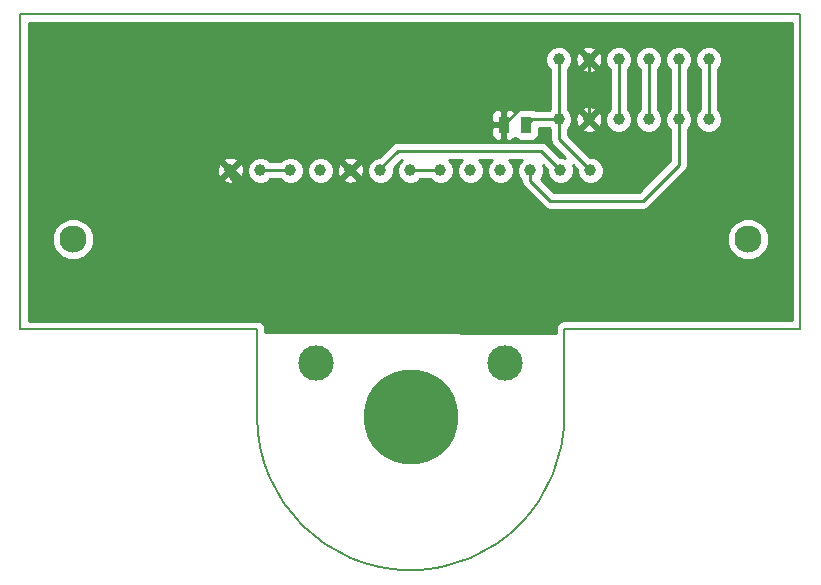
<source format=gtl>
G04 (created by PCBNEW (2012-nov-02)-testing) date Thu 24 Jan 2013 15:35:23 EST*
%MOIN*%
G04 Gerber Fmt 3.4, Leading zero omitted, Abs format*
%FSLAX34Y34*%
G01*
G70*
G90*
G04 APERTURE LIST*
%ADD10C,0.006*%
%ADD11C,0.00590551*%
%ADD12C,0.0393701*%
%ADD13R,0.035X0.055*%
%ADD14C,0.11811*%
%ADD15C,0.314961*%
%ADD16C,0.0905512*%
%ADD17C,0.01*%
G04 APERTURE END LIST*
G54D10*
G54D11*
X90167Y-51299D02*
X98041Y-51299D01*
X90171Y-54187D02*
X90171Y-51312D01*
X85088Y-59344D02*
G75*
G03X90171Y-54190I-35J5118D01*
G74*
G01*
X79935Y-54226D02*
G75*
G03X85053Y-59344I5118J0D01*
G74*
G01*
X79935Y-51312D02*
X79935Y-54344D01*
X79541Y-51312D02*
X79935Y-51312D01*
X98047Y-40818D02*
X98047Y-51318D01*
X72047Y-40818D02*
X98047Y-40818D01*
X72047Y-51318D02*
X72047Y-40818D01*
X72047Y-51318D02*
X79547Y-51318D01*
G54D12*
X91994Y-44318D03*
X90994Y-44318D03*
X89994Y-44318D03*
X89994Y-42318D03*
X90994Y-42318D03*
X91994Y-42318D03*
X92994Y-44318D03*
X93994Y-44318D03*
X94994Y-44318D03*
X94994Y-42318D03*
X93994Y-42318D03*
X92994Y-42318D03*
G54D13*
X88908Y-44498D03*
X88158Y-44498D03*
G54D12*
X79047Y-46011D03*
X80047Y-46011D03*
X81047Y-46011D03*
X82047Y-46011D03*
X83047Y-46011D03*
X84047Y-46011D03*
X85047Y-46011D03*
X86047Y-46011D03*
X87047Y-46011D03*
X88047Y-46011D03*
X89047Y-46011D03*
X90047Y-46011D03*
X91047Y-46011D03*
G54D14*
X81903Y-52454D03*
X88202Y-52454D03*
G54D15*
X85053Y-54226D03*
G54D16*
X73800Y-48318D03*
X96294Y-48318D03*
G54D17*
X89994Y-44318D02*
X89087Y-44318D01*
X89087Y-44318D02*
X88908Y-44498D01*
X89994Y-44318D02*
X89994Y-44959D01*
X89994Y-44959D02*
X91047Y-46011D01*
X89994Y-42318D02*
X89994Y-44318D01*
X79047Y-46011D02*
X79047Y-46244D01*
X82350Y-46708D02*
X83047Y-46011D01*
X79511Y-46708D02*
X82350Y-46708D01*
X79047Y-46244D02*
X79511Y-46708D01*
X83047Y-46011D02*
X83078Y-46011D01*
X83078Y-46011D02*
X84592Y-44498D01*
X84592Y-44498D02*
X88158Y-44498D01*
X88158Y-44498D02*
X89204Y-43451D01*
X89204Y-43451D02*
X89204Y-42224D01*
X89204Y-42224D02*
X89775Y-41653D01*
X89775Y-41653D02*
X90329Y-41653D01*
X90329Y-41653D02*
X90994Y-42318D01*
X90994Y-42318D02*
X90994Y-44318D01*
X89047Y-46011D02*
X89047Y-46369D01*
X93994Y-45822D02*
X93994Y-44318D01*
X92787Y-47029D02*
X93994Y-45822D01*
X89707Y-47029D02*
X92787Y-47029D01*
X89047Y-46369D02*
X89707Y-47029D01*
X93994Y-42318D02*
X93994Y-44318D01*
X84047Y-46011D02*
X84047Y-45947D01*
X89401Y-45366D02*
X90047Y-46011D01*
X84628Y-45366D02*
X89401Y-45366D01*
X84047Y-45947D02*
X84628Y-45366D01*
X94994Y-42318D02*
X94994Y-44318D01*
X92994Y-42318D02*
X92994Y-44318D01*
X86047Y-46011D02*
X85047Y-46011D01*
X80047Y-46011D02*
X81047Y-46011D01*
X91994Y-42318D02*
X91994Y-44318D01*
G54D10*
G36*
X97767Y-51019D02*
X96997Y-51019D01*
X96997Y-48179D01*
X96890Y-47921D01*
X96693Y-47723D01*
X96434Y-47616D01*
X96155Y-47616D01*
X95896Y-47722D01*
X95699Y-47920D01*
X95591Y-48178D01*
X95591Y-48458D01*
X95698Y-48716D01*
X95895Y-48914D01*
X96154Y-49021D01*
X96433Y-49021D01*
X96692Y-48915D01*
X96889Y-48717D01*
X96997Y-48459D01*
X96997Y-48179D01*
X96997Y-51019D01*
X95441Y-51019D01*
X95441Y-44230D01*
X95373Y-44066D01*
X95294Y-43986D01*
X95294Y-42650D01*
X95373Y-42572D01*
X95441Y-42408D01*
X95441Y-42230D01*
X95373Y-42066D01*
X95247Y-41940D01*
X95083Y-41872D01*
X94905Y-41871D01*
X94741Y-41939D01*
X94615Y-42065D01*
X94547Y-42229D01*
X94547Y-42407D01*
X94615Y-42571D01*
X94694Y-42650D01*
X94694Y-43986D01*
X94615Y-44065D01*
X94547Y-44229D01*
X94547Y-44407D01*
X94615Y-44571D01*
X94741Y-44697D01*
X94905Y-44765D01*
X95082Y-44765D01*
X95247Y-44697D01*
X95373Y-44572D01*
X95441Y-44408D01*
X95441Y-44230D01*
X95441Y-51019D01*
X94441Y-51019D01*
X94441Y-44230D01*
X94373Y-44066D01*
X94294Y-43986D01*
X94294Y-42650D01*
X94373Y-42572D01*
X94441Y-42408D01*
X94441Y-42230D01*
X94373Y-42066D01*
X94247Y-41940D01*
X94083Y-41872D01*
X93905Y-41871D01*
X93741Y-41939D01*
X93615Y-42065D01*
X93547Y-42229D01*
X93547Y-42407D01*
X93615Y-42571D01*
X93694Y-42650D01*
X93694Y-43986D01*
X93615Y-44065D01*
X93547Y-44229D01*
X93547Y-44407D01*
X93615Y-44571D01*
X93694Y-44650D01*
X93694Y-45698D01*
X93441Y-45951D01*
X93441Y-44230D01*
X93373Y-44066D01*
X93294Y-43986D01*
X93294Y-42650D01*
X93373Y-42572D01*
X93441Y-42408D01*
X93441Y-42230D01*
X93373Y-42066D01*
X93247Y-41940D01*
X93083Y-41872D01*
X92905Y-41871D01*
X92741Y-41939D01*
X92615Y-42065D01*
X92547Y-42229D01*
X92547Y-42407D01*
X92615Y-42571D01*
X92694Y-42650D01*
X92694Y-43986D01*
X92615Y-44065D01*
X92547Y-44229D01*
X92547Y-44407D01*
X92615Y-44571D01*
X92741Y-44697D01*
X92905Y-44765D01*
X93082Y-44765D01*
X93247Y-44697D01*
X93373Y-44572D01*
X93441Y-44408D01*
X93441Y-44230D01*
X93441Y-45951D01*
X92663Y-46729D01*
X92441Y-46729D01*
X92441Y-44230D01*
X92373Y-44066D01*
X92294Y-43986D01*
X92294Y-42650D01*
X92373Y-42572D01*
X92441Y-42408D01*
X92441Y-42230D01*
X92373Y-42066D01*
X92247Y-41940D01*
X92083Y-41872D01*
X91905Y-41871D01*
X91741Y-41939D01*
X91615Y-42065D01*
X91547Y-42229D01*
X91547Y-42407D01*
X91615Y-42571D01*
X91694Y-42650D01*
X91694Y-43986D01*
X91615Y-44065D01*
X91547Y-44229D01*
X91547Y-44407D01*
X91615Y-44571D01*
X91741Y-44697D01*
X91905Y-44765D01*
X92082Y-44765D01*
X92247Y-44697D01*
X92373Y-44572D01*
X92441Y-44408D01*
X92441Y-44230D01*
X92441Y-46729D01*
X89831Y-46729D01*
X89396Y-46294D01*
X89425Y-46265D01*
X89494Y-46101D01*
X89494Y-45923D01*
X89465Y-45854D01*
X89600Y-45989D01*
X89600Y-46100D01*
X89668Y-46264D01*
X89793Y-46390D01*
X89957Y-46458D01*
X90135Y-46458D01*
X90300Y-46390D01*
X90425Y-46265D01*
X90494Y-46101D01*
X90494Y-45923D01*
X90465Y-45854D01*
X90600Y-45989D01*
X90600Y-46100D01*
X90668Y-46264D01*
X90793Y-46390D01*
X90957Y-46458D01*
X91135Y-46458D01*
X91300Y-46390D01*
X91425Y-46265D01*
X91494Y-46101D01*
X91494Y-45923D01*
X91446Y-45807D01*
X91446Y-44375D01*
X91446Y-42375D01*
X91433Y-42198D01*
X91390Y-42093D01*
X91305Y-42078D01*
X91234Y-42149D01*
X91234Y-42007D01*
X91220Y-41923D01*
X91051Y-41866D01*
X90874Y-41879D01*
X90768Y-41923D01*
X90754Y-42007D01*
X90994Y-42248D01*
X91234Y-42007D01*
X91234Y-42149D01*
X91065Y-42318D01*
X91305Y-42559D01*
X91390Y-42544D01*
X91446Y-42375D01*
X91446Y-44375D01*
X91433Y-44198D01*
X91390Y-44093D01*
X91305Y-44078D01*
X91234Y-44149D01*
X91234Y-44007D01*
X91234Y-42629D01*
X90994Y-42389D01*
X90923Y-42460D01*
X90923Y-42318D01*
X90683Y-42078D01*
X90598Y-42093D01*
X90542Y-42261D01*
X90555Y-42439D01*
X90598Y-42544D01*
X90683Y-42559D01*
X90923Y-42318D01*
X90923Y-42460D01*
X90754Y-42629D01*
X90768Y-42714D01*
X90937Y-42770D01*
X91114Y-42758D01*
X91220Y-42714D01*
X91234Y-42629D01*
X91234Y-44007D01*
X91220Y-43923D01*
X91051Y-43866D01*
X90874Y-43879D01*
X90768Y-43923D01*
X90754Y-44007D01*
X90994Y-44248D01*
X91234Y-44007D01*
X91234Y-44149D01*
X91065Y-44318D01*
X91305Y-44559D01*
X91390Y-44544D01*
X91446Y-44375D01*
X91446Y-45807D01*
X91426Y-45759D01*
X91300Y-45633D01*
X91234Y-45605D01*
X91234Y-44629D01*
X90994Y-44389D01*
X90923Y-44460D01*
X90923Y-44318D01*
X90683Y-44078D01*
X90598Y-44093D01*
X90542Y-44261D01*
X90555Y-44439D01*
X90598Y-44544D01*
X90683Y-44559D01*
X90923Y-44318D01*
X90923Y-44460D01*
X90754Y-44629D01*
X90768Y-44714D01*
X90937Y-44770D01*
X91114Y-44758D01*
X91220Y-44714D01*
X91234Y-44629D01*
X91234Y-45605D01*
X91136Y-45565D01*
X91024Y-45564D01*
X90294Y-44834D01*
X90294Y-44650D01*
X90373Y-44572D01*
X90441Y-44408D01*
X90441Y-44230D01*
X90373Y-44066D01*
X90294Y-43986D01*
X90294Y-42650D01*
X90373Y-42572D01*
X90441Y-42408D01*
X90441Y-42230D01*
X90373Y-42066D01*
X90247Y-41940D01*
X90083Y-41872D01*
X89905Y-41871D01*
X89741Y-41939D01*
X89615Y-42065D01*
X89547Y-42229D01*
X89547Y-42407D01*
X89615Y-42571D01*
X89694Y-42650D01*
X89694Y-43986D01*
X89662Y-44018D01*
X89232Y-44018D01*
X89225Y-44011D01*
X89133Y-43973D01*
X89033Y-43972D01*
X88683Y-43972D01*
X88592Y-44010D01*
X88533Y-44069D01*
X88474Y-44010D01*
X88382Y-43972D01*
X88270Y-43973D01*
X88208Y-44035D01*
X88208Y-44398D01*
X88208Y-44448D01*
X88208Y-44548D01*
X88208Y-44598D01*
X88208Y-44960D01*
X88270Y-45023D01*
X88382Y-45023D01*
X88474Y-44985D01*
X88533Y-44926D01*
X88591Y-44984D01*
X88683Y-45022D01*
X88782Y-45023D01*
X89132Y-45023D01*
X89224Y-44985D01*
X89295Y-44914D01*
X89333Y-44822D01*
X89333Y-44723D01*
X89333Y-44618D01*
X89662Y-44618D01*
X89694Y-44650D01*
X89694Y-44959D01*
X89717Y-45073D01*
X89782Y-45171D01*
X90204Y-45593D01*
X90136Y-45565D01*
X90024Y-45564D01*
X89613Y-45154D01*
X89516Y-45088D01*
X89401Y-45066D01*
X88108Y-45066D01*
X88108Y-44960D01*
X88108Y-44548D01*
X88108Y-44448D01*
X88108Y-44035D01*
X88045Y-43973D01*
X87933Y-43972D01*
X87842Y-44010D01*
X87771Y-44081D01*
X87733Y-44173D01*
X87733Y-44272D01*
X87733Y-44385D01*
X87795Y-44448D01*
X88108Y-44448D01*
X88108Y-44548D01*
X87795Y-44548D01*
X87733Y-44610D01*
X87733Y-44723D01*
X87733Y-44822D01*
X87771Y-44914D01*
X87842Y-44985D01*
X87933Y-45023D01*
X88045Y-45023D01*
X88108Y-44960D01*
X88108Y-45066D01*
X84628Y-45066D01*
X84513Y-45088D01*
X84416Y-45154D01*
X84005Y-45564D01*
X83958Y-45564D01*
X83794Y-45632D01*
X83668Y-45758D01*
X83600Y-45922D01*
X83600Y-46100D01*
X83668Y-46264D01*
X83793Y-46390D01*
X83957Y-46458D01*
X84135Y-46458D01*
X84300Y-46390D01*
X84425Y-46265D01*
X84494Y-46101D01*
X84494Y-45924D01*
X84752Y-45666D01*
X84761Y-45666D01*
X84668Y-45758D01*
X84600Y-45922D01*
X84600Y-46100D01*
X84668Y-46264D01*
X84793Y-46390D01*
X84957Y-46458D01*
X85135Y-46458D01*
X85300Y-46390D01*
X85379Y-46311D01*
X85715Y-46311D01*
X85793Y-46390D01*
X85957Y-46458D01*
X86135Y-46458D01*
X86300Y-46390D01*
X86425Y-46265D01*
X86494Y-46101D01*
X86494Y-45923D01*
X86426Y-45759D01*
X86333Y-45666D01*
X86761Y-45666D01*
X86668Y-45758D01*
X86600Y-45922D01*
X86600Y-46100D01*
X86668Y-46264D01*
X86793Y-46390D01*
X86957Y-46458D01*
X87135Y-46458D01*
X87300Y-46390D01*
X87425Y-46265D01*
X87494Y-46101D01*
X87494Y-45923D01*
X87426Y-45759D01*
X87333Y-45666D01*
X87761Y-45666D01*
X87668Y-45758D01*
X87600Y-45922D01*
X87600Y-46100D01*
X87668Y-46264D01*
X87793Y-46390D01*
X87957Y-46458D01*
X88135Y-46458D01*
X88300Y-46390D01*
X88425Y-46265D01*
X88494Y-46101D01*
X88494Y-45923D01*
X88426Y-45759D01*
X88333Y-45666D01*
X88761Y-45666D01*
X88668Y-45758D01*
X88600Y-45922D01*
X88600Y-46100D01*
X88668Y-46264D01*
X88747Y-46343D01*
X88747Y-46369D01*
X88770Y-46484D01*
X88835Y-46581D01*
X89494Y-47241D01*
X89494Y-47241D01*
X89592Y-47306D01*
X89707Y-47329D01*
X89707Y-47329D01*
X92787Y-47329D01*
X92787Y-47329D01*
X92902Y-47306D01*
X92902Y-47306D01*
X92999Y-47241D01*
X94206Y-46034D01*
X94206Y-46034D01*
X94271Y-45937D01*
X94294Y-45822D01*
X94294Y-45822D01*
X94294Y-44650D01*
X94373Y-44572D01*
X94441Y-44408D01*
X94441Y-44230D01*
X94441Y-51019D01*
X90167Y-51019D01*
X90060Y-51040D01*
X89969Y-51101D01*
X89909Y-51192D01*
X89887Y-51299D01*
X89891Y-51319D01*
X89891Y-51437D01*
X83499Y-51413D01*
X83499Y-46068D01*
X83486Y-45891D01*
X83442Y-45786D01*
X83358Y-45771D01*
X83287Y-45842D01*
X83287Y-45700D01*
X83272Y-45616D01*
X83104Y-45559D01*
X82927Y-45572D01*
X82821Y-45616D01*
X82806Y-45700D01*
X83047Y-45941D01*
X83287Y-45700D01*
X83287Y-45842D01*
X83117Y-46011D01*
X83358Y-46252D01*
X83442Y-46237D01*
X83499Y-46068D01*
X83499Y-51413D01*
X83287Y-51412D01*
X83287Y-46322D01*
X83047Y-46082D01*
X82976Y-46153D01*
X82976Y-46011D01*
X82736Y-45771D01*
X82651Y-45786D01*
X82595Y-45954D01*
X82607Y-46132D01*
X82651Y-46237D01*
X82736Y-46252D01*
X82976Y-46011D01*
X82976Y-46153D01*
X82806Y-46322D01*
X82821Y-46407D01*
X82990Y-46463D01*
X83167Y-46451D01*
X83272Y-46407D01*
X83287Y-46322D01*
X83287Y-51412D01*
X82494Y-51409D01*
X82494Y-45923D01*
X82426Y-45759D01*
X82300Y-45633D01*
X82136Y-45565D01*
X81958Y-45564D01*
X81794Y-45632D01*
X81668Y-45758D01*
X81600Y-45922D01*
X81600Y-46100D01*
X81668Y-46264D01*
X81793Y-46390D01*
X81957Y-46458D01*
X82135Y-46458D01*
X82300Y-46390D01*
X82425Y-46265D01*
X82494Y-46101D01*
X82494Y-45923D01*
X82494Y-51409D01*
X81494Y-51405D01*
X81494Y-45923D01*
X81426Y-45759D01*
X81300Y-45633D01*
X81136Y-45565D01*
X80958Y-45564D01*
X80794Y-45632D01*
X80715Y-45711D01*
X80379Y-45711D01*
X80300Y-45633D01*
X80136Y-45565D01*
X79958Y-45564D01*
X79794Y-45632D01*
X79668Y-45758D01*
X79600Y-45922D01*
X79600Y-46100D01*
X79668Y-46264D01*
X79793Y-46390D01*
X79957Y-46458D01*
X80135Y-46458D01*
X80300Y-46390D01*
X80379Y-46311D01*
X80715Y-46311D01*
X80793Y-46390D01*
X80957Y-46458D01*
X81135Y-46458D01*
X81300Y-46390D01*
X81425Y-46265D01*
X81494Y-46101D01*
X81494Y-45923D01*
X81494Y-51405D01*
X80214Y-51401D01*
X80214Y-51312D01*
X80193Y-51206D01*
X80132Y-51115D01*
X80042Y-51054D01*
X79935Y-51033D01*
X79541Y-51033D01*
X79511Y-51039D01*
X79499Y-51039D01*
X79499Y-46068D01*
X79486Y-45891D01*
X79442Y-45786D01*
X79358Y-45771D01*
X79287Y-45842D01*
X79287Y-45700D01*
X79272Y-45616D01*
X79104Y-45559D01*
X78927Y-45572D01*
X78821Y-45616D01*
X78806Y-45700D01*
X79047Y-45941D01*
X79287Y-45700D01*
X79287Y-45842D01*
X79117Y-46011D01*
X79358Y-46252D01*
X79442Y-46237D01*
X79499Y-46068D01*
X79499Y-51039D01*
X79287Y-51039D01*
X79287Y-46322D01*
X79047Y-46082D01*
X78976Y-46153D01*
X78976Y-46011D01*
X78736Y-45771D01*
X78651Y-45786D01*
X78595Y-45954D01*
X78607Y-46132D01*
X78651Y-46237D01*
X78736Y-46252D01*
X78976Y-46011D01*
X78976Y-46153D01*
X78806Y-46322D01*
X78821Y-46407D01*
X78990Y-46463D01*
X79167Y-46451D01*
X79272Y-46407D01*
X79287Y-46322D01*
X79287Y-51039D01*
X74502Y-51039D01*
X74502Y-48179D01*
X74396Y-47921D01*
X74198Y-47723D01*
X73940Y-47616D01*
X73660Y-47616D01*
X73402Y-47722D01*
X73204Y-47920D01*
X73097Y-48178D01*
X73097Y-48458D01*
X73203Y-48716D01*
X73401Y-48914D01*
X73659Y-49021D01*
X73939Y-49021D01*
X74197Y-48915D01*
X74395Y-48717D01*
X74502Y-48459D01*
X74502Y-48179D01*
X74502Y-51039D01*
X72326Y-51039D01*
X72326Y-41098D01*
X97767Y-41098D01*
X97767Y-51019D01*
X97767Y-51019D01*
G37*
G54D17*
X97767Y-51019D02*
X96997Y-51019D01*
X96997Y-48179D01*
X96890Y-47921D01*
X96693Y-47723D01*
X96434Y-47616D01*
X96155Y-47616D01*
X95896Y-47722D01*
X95699Y-47920D01*
X95591Y-48178D01*
X95591Y-48458D01*
X95698Y-48716D01*
X95895Y-48914D01*
X96154Y-49021D01*
X96433Y-49021D01*
X96692Y-48915D01*
X96889Y-48717D01*
X96997Y-48459D01*
X96997Y-48179D01*
X96997Y-51019D01*
X95441Y-51019D01*
X95441Y-44230D01*
X95373Y-44066D01*
X95294Y-43986D01*
X95294Y-42650D01*
X95373Y-42572D01*
X95441Y-42408D01*
X95441Y-42230D01*
X95373Y-42066D01*
X95247Y-41940D01*
X95083Y-41872D01*
X94905Y-41871D01*
X94741Y-41939D01*
X94615Y-42065D01*
X94547Y-42229D01*
X94547Y-42407D01*
X94615Y-42571D01*
X94694Y-42650D01*
X94694Y-43986D01*
X94615Y-44065D01*
X94547Y-44229D01*
X94547Y-44407D01*
X94615Y-44571D01*
X94741Y-44697D01*
X94905Y-44765D01*
X95082Y-44765D01*
X95247Y-44697D01*
X95373Y-44572D01*
X95441Y-44408D01*
X95441Y-44230D01*
X95441Y-51019D01*
X94441Y-51019D01*
X94441Y-44230D01*
X94373Y-44066D01*
X94294Y-43986D01*
X94294Y-42650D01*
X94373Y-42572D01*
X94441Y-42408D01*
X94441Y-42230D01*
X94373Y-42066D01*
X94247Y-41940D01*
X94083Y-41872D01*
X93905Y-41871D01*
X93741Y-41939D01*
X93615Y-42065D01*
X93547Y-42229D01*
X93547Y-42407D01*
X93615Y-42571D01*
X93694Y-42650D01*
X93694Y-43986D01*
X93615Y-44065D01*
X93547Y-44229D01*
X93547Y-44407D01*
X93615Y-44571D01*
X93694Y-44650D01*
X93694Y-45698D01*
X93441Y-45951D01*
X93441Y-44230D01*
X93373Y-44066D01*
X93294Y-43986D01*
X93294Y-42650D01*
X93373Y-42572D01*
X93441Y-42408D01*
X93441Y-42230D01*
X93373Y-42066D01*
X93247Y-41940D01*
X93083Y-41872D01*
X92905Y-41871D01*
X92741Y-41939D01*
X92615Y-42065D01*
X92547Y-42229D01*
X92547Y-42407D01*
X92615Y-42571D01*
X92694Y-42650D01*
X92694Y-43986D01*
X92615Y-44065D01*
X92547Y-44229D01*
X92547Y-44407D01*
X92615Y-44571D01*
X92741Y-44697D01*
X92905Y-44765D01*
X93082Y-44765D01*
X93247Y-44697D01*
X93373Y-44572D01*
X93441Y-44408D01*
X93441Y-44230D01*
X93441Y-45951D01*
X92663Y-46729D01*
X92441Y-46729D01*
X92441Y-44230D01*
X92373Y-44066D01*
X92294Y-43986D01*
X92294Y-42650D01*
X92373Y-42572D01*
X92441Y-42408D01*
X92441Y-42230D01*
X92373Y-42066D01*
X92247Y-41940D01*
X92083Y-41872D01*
X91905Y-41871D01*
X91741Y-41939D01*
X91615Y-42065D01*
X91547Y-42229D01*
X91547Y-42407D01*
X91615Y-42571D01*
X91694Y-42650D01*
X91694Y-43986D01*
X91615Y-44065D01*
X91547Y-44229D01*
X91547Y-44407D01*
X91615Y-44571D01*
X91741Y-44697D01*
X91905Y-44765D01*
X92082Y-44765D01*
X92247Y-44697D01*
X92373Y-44572D01*
X92441Y-44408D01*
X92441Y-44230D01*
X92441Y-46729D01*
X89831Y-46729D01*
X89396Y-46294D01*
X89425Y-46265D01*
X89494Y-46101D01*
X89494Y-45923D01*
X89465Y-45854D01*
X89600Y-45989D01*
X89600Y-46100D01*
X89668Y-46264D01*
X89793Y-46390D01*
X89957Y-46458D01*
X90135Y-46458D01*
X90300Y-46390D01*
X90425Y-46265D01*
X90494Y-46101D01*
X90494Y-45923D01*
X90465Y-45854D01*
X90600Y-45989D01*
X90600Y-46100D01*
X90668Y-46264D01*
X90793Y-46390D01*
X90957Y-46458D01*
X91135Y-46458D01*
X91300Y-46390D01*
X91425Y-46265D01*
X91494Y-46101D01*
X91494Y-45923D01*
X91446Y-45807D01*
X91446Y-44375D01*
X91446Y-42375D01*
X91433Y-42198D01*
X91390Y-42093D01*
X91305Y-42078D01*
X91234Y-42149D01*
X91234Y-42007D01*
X91220Y-41923D01*
X91051Y-41866D01*
X90874Y-41879D01*
X90768Y-41923D01*
X90754Y-42007D01*
X90994Y-42248D01*
X91234Y-42007D01*
X91234Y-42149D01*
X91065Y-42318D01*
X91305Y-42559D01*
X91390Y-42544D01*
X91446Y-42375D01*
X91446Y-44375D01*
X91433Y-44198D01*
X91390Y-44093D01*
X91305Y-44078D01*
X91234Y-44149D01*
X91234Y-44007D01*
X91234Y-42629D01*
X90994Y-42389D01*
X90923Y-42460D01*
X90923Y-42318D01*
X90683Y-42078D01*
X90598Y-42093D01*
X90542Y-42261D01*
X90555Y-42439D01*
X90598Y-42544D01*
X90683Y-42559D01*
X90923Y-42318D01*
X90923Y-42460D01*
X90754Y-42629D01*
X90768Y-42714D01*
X90937Y-42770D01*
X91114Y-42758D01*
X91220Y-42714D01*
X91234Y-42629D01*
X91234Y-44007D01*
X91220Y-43923D01*
X91051Y-43866D01*
X90874Y-43879D01*
X90768Y-43923D01*
X90754Y-44007D01*
X90994Y-44248D01*
X91234Y-44007D01*
X91234Y-44149D01*
X91065Y-44318D01*
X91305Y-44559D01*
X91390Y-44544D01*
X91446Y-44375D01*
X91446Y-45807D01*
X91426Y-45759D01*
X91300Y-45633D01*
X91234Y-45605D01*
X91234Y-44629D01*
X90994Y-44389D01*
X90923Y-44460D01*
X90923Y-44318D01*
X90683Y-44078D01*
X90598Y-44093D01*
X90542Y-44261D01*
X90555Y-44439D01*
X90598Y-44544D01*
X90683Y-44559D01*
X90923Y-44318D01*
X90923Y-44460D01*
X90754Y-44629D01*
X90768Y-44714D01*
X90937Y-44770D01*
X91114Y-44758D01*
X91220Y-44714D01*
X91234Y-44629D01*
X91234Y-45605D01*
X91136Y-45565D01*
X91024Y-45564D01*
X90294Y-44834D01*
X90294Y-44650D01*
X90373Y-44572D01*
X90441Y-44408D01*
X90441Y-44230D01*
X90373Y-44066D01*
X90294Y-43986D01*
X90294Y-42650D01*
X90373Y-42572D01*
X90441Y-42408D01*
X90441Y-42230D01*
X90373Y-42066D01*
X90247Y-41940D01*
X90083Y-41872D01*
X89905Y-41871D01*
X89741Y-41939D01*
X89615Y-42065D01*
X89547Y-42229D01*
X89547Y-42407D01*
X89615Y-42571D01*
X89694Y-42650D01*
X89694Y-43986D01*
X89662Y-44018D01*
X89232Y-44018D01*
X89225Y-44011D01*
X89133Y-43973D01*
X89033Y-43972D01*
X88683Y-43972D01*
X88592Y-44010D01*
X88533Y-44069D01*
X88474Y-44010D01*
X88382Y-43972D01*
X88270Y-43973D01*
X88208Y-44035D01*
X88208Y-44398D01*
X88208Y-44448D01*
X88208Y-44548D01*
X88208Y-44598D01*
X88208Y-44960D01*
X88270Y-45023D01*
X88382Y-45023D01*
X88474Y-44985D01*
X88533Y-44926D01*
X88591Y-44984D01*
X88683Y-45022D01*
X88782Y-45023D01*
X89132Y-45023D01*
X89224Y-44985D01*
X89295Y-44914D01*
X89333Y-44822D01*
X89333Y-44723D01*
X89333Y-44618D01*
X89662Y-44618D01*
X89694Y-44650D01*
X89694Y-44959D01*
X89717Y-45073D01*
X89782Y-45171D01*
X90204Y-45593D01*
X90136Y-45565D01*
X90024Y-45564D01*
X89613Y-45154D01*
X89516Y-45088D01*
X89401Y-45066D01*
X88108Y-45066D01*
X88108Y-44960D01*
X88108Y-44548D01*
X88108Y-44448D01*
X88108Y-44035D01*
X88045Y-43973D01*
X87933Y-43972D01*
X87842Y-44010D01*
X87771Y-44081D01*
X87733Y-44173D01*
X87733Y-44272D01*
X87733Y-44385D01*
X87795Y-44448D01*
X88108Y-44448D01*
X88108Y-44548D01*
X87795Y-44548D01*
X87733Y-44610D01*
X87733Y-44723D01*
X87733Y-44822D01*
X87771Y-44914D01*
X87842Y-44985D01*
X87933Y-45023D01*
X88045Y-45023D01*
X88108Y-44960D01*
X88108Y-45066D01*
X84628Y-45066D01*
X84513Y-45088D01*
X84416Y-45154D01*
X84005Y-45564D01*
X83958Y-45564D01*
X83794Y-45632D01*
X83668Y-45758D01*
X83600Y-45922D01*
X83600Y-46100D01*
X83668Y-46264D01*
X83793Y-46390D01*
X83957Y-46458D01*
X84135Y-46458D01*
X84300Y-46390D01*
X84425Y-46265D01*
X84494Y-46101D01*
X84494Y-45924D01*
X84752Y-45666D01*
X84761Y-45666D01*
X84668Y-45758D01*
X84600Y-45922D01*
X84600Y-46100D01*
X84668Y-46264D01*
X84793Y-46390D01*
X84957Y-46458D01*
X85135Y-46458D01*
X85300Y-46390D01*
X85379Y-46311D01*
X85715Y-46311D01*
X85793Y-46390D01*
X85957Y-46458D01*
X86135Y-46458D01*
X86300Y-46390D01*
X86425Y-46265D01*
X86494Y-46101D01*
X86494Y-45923D01*
X86426Y-45759D01*
X86333Y-45666D01*
X86761Y-45666D01*
X86668Y-45758D01*
X86600Y-45922D01*
X86600Y-46100D01*
X86668Y-46264D01*
X86793Y-46390D01*
X86957Y-46458D01*
X87135Y-46458D01*
X87300Y-46390D01*
X87425Y-46265D01*
X87494Y-46101D01*
X87494Y-45923D01*
X87426Y-45759D01*
X87333Y-45666D01*
X87761Y-45666D01*
X87668Y-45758D01*
X87600Y-45922D01*
X87600Y-46100D01*
X87668Y-46264D01*
X87793Y-46390D01*
X87957Y-46458D01*
X88135Y-46458D01*
X88300Y-46390D01*
X88425Y-46265D01*
X88494Y-46101D01*
X88494Y-45923D01*
X88426Y-45759D01*
X88333Y-45666D01*
X88761Y-45666D01*
X88668Y-45758D01*
X88600Y-45922D01*
X88600Y-46100D01*
X88668Y-46264D01*
X88747Y-46343D01*
X88747Y-46369D01*
X88770Y-46484D01*
X88835Y-46581D01*
X89494Y-47241D01*
X89494Y-47241D01*
X89592Y-47306D01*
X89707Y-47329D01*
X89707Y-47329D01*
X92787Y-47329D01*
X92787Y-47329D01*
X92902Y-47306D01*
X92902Y-47306D01*
X92999Y-47241D01*
X94206Y-46034D01*
X94206Y-46034D01*
X94271Y-45937D01*
X94294Y-45822D01*
X94294Y-45822D01*
X94294Y-44650D01*
X94373Y-44572D01*
X94441Y-44408D01*
X94441Y-44230D01*
X94441Y-51019D01*
X90167Y-51019D01*
X90060Y-51040D01*
X89969Y-51101D01*
X89909Y-51192D01*
X89887Y-51299D01*
X89891Y-51319D01*
X89891Y-51437D01*
X83499Y-51413D01*
X83499Y-46068D01*
X83486Y-45891D01*
X83442Y-45786D01*
X83358Y-45771D01*
X83287Y-45842D01*
X83287Y-45700D01*
X83272Y-45616D01*
X83104Y-45559D01*
X82927Y-45572D01*
X82821Y-45616D01*
X82806Y-45700D01*
X83047Y-45941D01*
X83287Y-45700D01*
X83287Y-45842D01*
X83117Y-46011D01*
X83358Y-46252D01*
X83442Y-46237D01*
X83499Y-46068D01*
X83499Y-51413D01*
X83287Y-51412D01*
X83287Y-46322D01*
X83047Y-46082D01*
X82976Y-46153D01*
X82976Y-46011D01*
X82736Y-45771D01*
X82651Y-45786D01*
X82595Y-45954D01*
X82607Y-46132D01*
X82651Y-46237D01*
X82736Y-46252D01*
X82976Y-46011D01*
X82976Y-46153D01*
X82806Y-46322D01*
X82821Y-46407D01*
X82990Y-46463D01*
X83167Y-46451D01*
X83272Y-46407D01*
X83287Y-46322D01*
X83287Y-51412D01*
X82494Y-51409D01*
X82494Y-45923D01*
X82426Y-45759D01*
X82300Y-45633D01*
X82136Y-45565D01*
X81958Y-45564D01*
X81794Y-45632D01*
X81668Y-45758D01*
X81600Y-45922D01*
X81600Y-46100D01*
X81668Y-46264D01*
X81793Y-46390D01*
X81957Y-46458D01*
X82135Y-46458D01*
X82300Y-46390D01*
X82425Y-46265D01*
X82494Y-46101D01*
X82494Y-45923D01*
X82494Y-51409D01*
X81494Y-51405D01*
X81494Y-45923D01*
X81426Y-45759D01*
X81300Y-45633D01*
X81136Y-45565D01*
X80958Y-45564D01*
X80794Y-45632D01*
X80715Y-45711D01*
X80379Y-45711D01*
X80300Y-45633D01*
X80136Y-45565D01*
X79958Y-45564D01*
X79794Y-45632D01*
X79668Y-45758D01*
X79600Y-45922D01*
X79600Y-46100D01*
X79668Y-46264D01*
X79793Y-46390D01*
X79957Y-46458D01*
X80135Y-46458D01*
X80300Y-46390D01*
X80379Y-46311D01*
X80715Y-46311D01*
X80793Y-46390D01*
X80957Y-46458D01*
X81135Y-46458D01*
X81300Y-46390D01*
X81425Y-46265D01*
X81494Y-46101D01*
X81494Y-45923D01*
X81494Y-51405D01*
X80214Y-51401D01*
X80214Y-51312D01*
X80193Y-51206D01*
X80132Y-51115D01*
X80042Y-51054D01*
X79935Y-51033D01*
X79541Y-51033D01*
X79511Y-51039D01*
X79499Y-51039D01*
X79499Y-46068D01*
X79486Y-45891D01*
X79442Y-45786D01*
X79358Y-45771D01*
X79287Y-45842D01*
X79287Y-45700D01*
X79272Y-45616D01*
X79104Y-45559D01*
X78927Y-45572D01*
X78821Y-45616D01*
X78806Y-45700D01*
X79047Y-45941D01*
X79287Y-45700D01*
X79287Y-45842D01*
X79117Y-46011D01*
X79358Y-46252D01*
X79442Y-46237D01*
X79499Y-46068D01*
X79499Y-51039D01*
X79287Y-51039D01*
X79287Y-46322D01*
X79047Y-46082D01*
X78976Y-46153D01*
X78976Y-46011D01*
X78736Y-45771D01*
X78651Y-45786D01*
X78595Y-45954D01*
X78607Y-46132D01*
X78651Y-46237D01*
X78736Y-46252D01*
X78976Y-46011D01*
X78976Y-46153D01*
X78806Y-46322D01*
X78821Y-46407D01*
X78990Y-46463D01*
X79167Y-46451D01*
X79272Y-46407D01*
X79287Y-46322D01*
X79287Y-51039D01*
X74502Y-51039D01*
X74502Y-48179D01*
X74396Y-47921D01*
X74198Y-47723D01*
X73940Y-47616D01*
X73660Y-47616D01*
X73402Y-47722D01*
X73204Y-47920D01*
X73097Y-48178D01*
X73097Y-48458D01*
X73203Y-48716D01*
X73401Y-48914D01*
X73659Y-49021D01*
X73939Y-49021D01*
X74197Y-48915D01*
X74395Y-48717D01*
X74502Y-48459D01*
X74502Y-48179D01*
X74502Y-51039D01*
X72326Y-51039D01*
X72326Y-41098D01*
X97767Y-41098D01*
X97767Y-51019D01*
M02*

</source>
